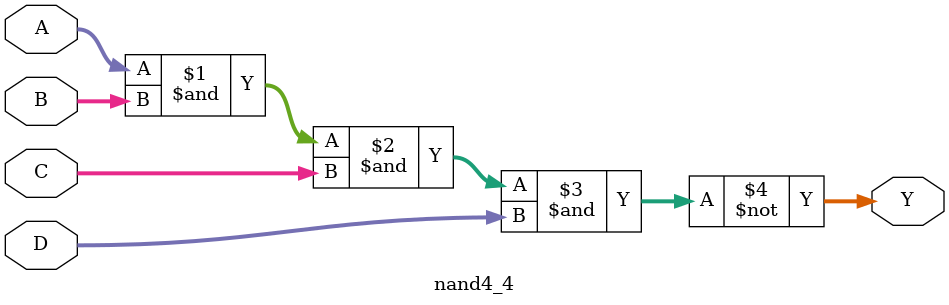
<source format=sv>
module nand4_4 (input wire [3:0] A, input wire [3:0] B, input wire [3:0] C, input wire [3:0] D, output wire [3:0] Y);
    assign Y = ~(A & B & C & D);  // NAND operation using array-style inputs
endmodule
</source>
